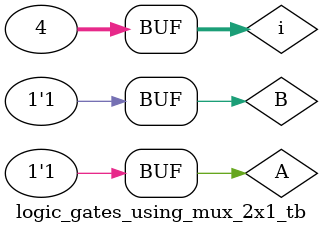
<source format=v>
`timescale 1ns / 1ps
module logic_gates_using_mux_2x1_tb();
wire [6:0]Y;
reg A,B;

integer i;
mux2x1_logics MX(Y,A,B);

initial begin
for(i=0;i<4;i=i+1)
begin
{A,B}=i; #20;
end
end
endmodule

</source>
